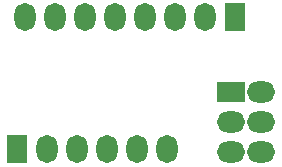
<source format=gbs>
G04 --- HEADER BEGIN --- *
%TF.GenerationSoftware,LibrePCB,LibrePCB,0.1.3*%
%TF.CreationDate,2020-05-07T14:01:13*%
%TF.ProjectId,SprigFTDI - default,c1b4763c-5183-4b8f-a850-9e664554c68f,v1*%
%TF.Part,Single*%
%FSLAX66Y66*%
%MOMM*%
G01*
G74*
G04 --- HEADER END --- *
G04 --- APERTURE LIST BEGIN --- *
%ADD10O,1.787X2.39*%
%ADD11R,1.787X2.39*%
%ADD12O,2.39X1.787*%
%ADD13R,2.39X1.787*%
G04 --- APERTURE LIST END --- *
G04 --- BOARD BEGIN --- *
D10*
X2540000Y13335000D03*
X10160000Y13335000D03*
X7620000Y13335000D03*
D11*
X20320000Y13335000D03*
D10*
X17780000Y13335000D03*
X5080000Y13335000D03*
X15240000Y13335000D03*
X12700000Y13335000D03*
D12*
X20002500Y1905000D03*
D13*
X20002500Y6985000D03*
D12*
X22542500Y4445000D03*
X22542500Y1905000D03*
X22542500Y6985000D03*
X20002500Y4445000D03*
D10*
X14605000Y2222500D03*
X9525000Y2222500D03*
X12065000Y2222500D03*
D11*
X1905000Y2222500D03*
D10*
X6985000Y2222500D03*
X4445000Y2222500D03*
G04 --- BOARD END --- *
%TF.MD5,1673aa43b9c4c27da8f92b014a699d3c*%
M02*

</source>
